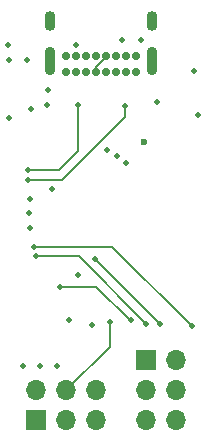
<source format=gbl>
G04 #@! TF.GenerationSoftware,KiCad,Pcbnew,8.0.3*
G04 #@! TF.CreationDate,2024-06-18T14:47:19-04:00*
G04 #@! TF.ProjectId,SoarerMax,536f6172-6572-44d6-9178-2e6b69636164,rev?*
G04 #@! TF.SameCoordinates,Original*
G04 #@! TF.FileFunction,Copper,L6,Bot*
G04 #@! TF.FilePolarity,Positive*
%FSLAX46Y46*%
G04 Gerber Fmt 4.6, Leading zero omitted, Abs format (unit mm)*
G04 Created by KiCad (PCBNEW 8.0.3) date 2024-06-18 14:47:19*
%MOMM*%
%LPD*%
G01*
G04 APERTURE LIST*
G04 #@! TA.AperFunction,ComponentPad*
%ADD10C,0.700000*%
G04 #@! TD*
G04 #@! TA.AperFunction,ComponentPad*
%ADD11O,0.900000X2.400000*%
G04 #@! TD*
G04 #@! TA.AperFunction,ComponentPad*
%ADD12O,0.900000X1.700000*%
G04 #@! TD*
G04 #@! TA.AperFunction,ComponentPad*
%ADD13R,1.700000X1.700000*%
G04 #@! TD*
G04 #@! TA.AperFunction,ComponentPad*
%ADD14O,1.700000X1.700000*%
G04 #@! TD*
G04 #@! TA.AperFunction,ViaPad*
%ADD15C,0.600000*%
G04 #@! TD*
G04 #@! TA.AperFunction,ViaPad*
%ADD16C,0.500000*%
G04 #@! TD*
G04 #@! TA.AperFunction,Conductor*
%ADD17C,0.200000*%
G04 #@! TD*
G04 APERTURE END LIST*
D10*
X151975000Y-87025000D03*
X151125000Y-87025000D03*
X150275000Y-87025000D03*
X149425000Y-87025000D03*
X148575000Y-87025000D03*
X147725000Y-87025000D03*
X146875000Y-87025000D03*
X146025000Y-87025000D03*
X146025000Y-85675000D03*
X146875000Y-85675000D03*
X147725000Y-85675000D03*
X148575000Y-85675000D03*
X149425000Y-85675000D03*
X150275000Y-85675000D03*
X151125000Y-85675000D03*
X151975000Y-85675000D03*
D11*
X153325000Y-86045000D03*
D12*
X153325000Y-82665000D03*
D11*
X144675000Y-86045000D03*
D12*
X144675000Y-82665000D03*
D13*
X143500000Y-116500000D03*
D14*
X143500000Y-113960000D03*
X146040000Y-116500000D03*
X146040000Y-113960000D03*
X148580000Y-116500000D03*
X148580000Y-113960000D03*
D13*
X152760000Y-111420000D03*
D14*
X155300000Y-111420000D03*
X152760000Y-113960000D03*
X155300000Y-113960000D03*
X152760000Y-116500000D03*
X155300000Y-116500000D03*
D15*
X152600000Y-92900000D03*
D16*
X153700000Y-89500000D03*
X143100000Y-90100000D03*
X142900000Y-98900000D03*
X146300000Y-108000000D03*
X150800000Y-84300000D03*
X146900000Y-84700000D03*
X144400000Y-89800000D03*
X141200000Y-86000000D03*
X156900000Y-86900000D03*
X142700000Y-86000000D03*
X147000000Y-104200000D03*
X142400000Y-111900000D03*
X144500000Y-88500000D03*
X143800000Y-111900000D03*
X145300000Y-111900000D03*
X141100000Y-84700000D03*
X148200000Y-108400000D03*
X157200000Y-90600000D03*
X144800000Y-96900000D03*
X152400000Y-84300000D03*
X151000000Y-89900000D03*
X142800000Y-96100000D03*
X142800000Y-95300000D03*
X147000000Y-89800000D03*
X142950000Y-97750000D03*
X141200000Y-90900000D03*
X149500000Y-93600000D03*
X156675000Y-108525000D03*
X143300000Y-101800000D03*
X149750000Y-108182820D03*
X150300000Y-94100000D03*
X143500000Y-102600000D03*
X152800000Y-108300000D03*
X154000000Y-108300000D03*
X148500000Y-102800000D03*
X143000000Y-100200000D03*
X151100000Y-94700000D03*
X145500000Y-105200000D03*
X151500000Y-108000000D03*
D17*
X151000000Y-90800000D02*
X145700000Y-96100000D01*
X145700000Y-96100000D02*
X142800000Y-96100000D01*
X151000000Y-89900000D02*
X151000000Y-90800000D01*
X148575000Y-86594239D02*
X148575000Y-87025000D01*
X149425000Y-85744239D02*
X148575000Y-86594239D01*
X149425000Y-85675000D02*
X149425000Y-85744239D01*
X145400000Y-95300000D02*
X142800000Y-95300000D01*
X147000000Y-93700000D02*
X145400000Y-95300000D01*
X147000000Y-89800000D02*
X147000000Y-93700000D01*
X156675000Y-108525000D02*
X149950000Y-101800000D01*
X149950000Y-101800000D02*
X143300000Y-101800000D01*
X149750000Y-108182820D02*
X149750000Y-110250000D01*
X149750000Y-110250000D02*
X146040000Y-113960000D01*
X152800000Y-108300000D02*
X147100000Y-102600000D01*
X147100000Y-102600000D02*
X143500000Y-102600000D01*
X148400000Y-102800000D02*
X148500000Y-102800000D01*
X154000000Y-108300000D02*
X148500000Y-102800000D01*
X151500000Y-108000000D02*
X151400000Y-108000000D01*
X151400000Y-108000000D02*
X148600000Y-105200000D01*
X148600000Y-105200000D02*
X145500000Y-105200000D01*
M02*

</source>
